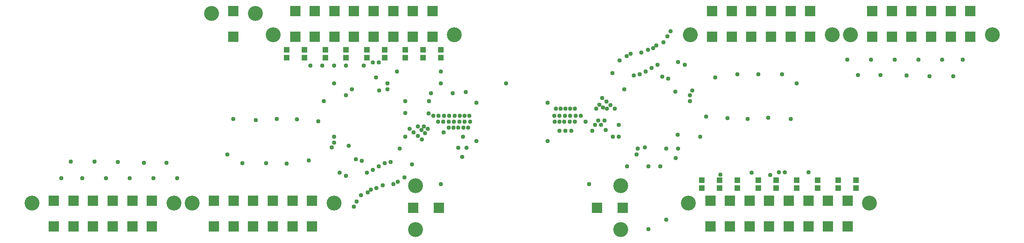
<source format=gbr>
G04 EAGLE Gerber RS-274X export*
G75*
%MOMM*%
%FSLAX34Y34*%
%LPD*%
%INSoldermask Bottom*%
%IPPOS*%
%AMOC8*
5,1,8,0,0,1.08239X$1,22.5*%
G01*
%ADD10R,1.203200X1.303200*%
%ADD11R,2.303200X2.303200*%
%ADD12C,3.203200*%
%ADD13R,1.303200X1.203200*%
%ADD14C,0.959600*%


D10*
X901700Y402200D03*
X901700Y385200D03*
D11*
X897450Y63500D03*
X842450Y63500D03*
D12*
X847050Y110500D03*
X847050Y16500D03*
D13*
X863600Y385200D03*
X863600Y402200D03*
X825500Y385200D03*
X825500Y402200D03*
X781050Y385200D03*
X781050Y402200D03*
X742950Y385200D03*
X742950Y402200D03*
X698500Y385200D03*
X698500Y402200D03*
X654050Y385200D03*
X654050Y402200D03*
X609600Y385200D03*
X609600Y402200D03*
X571500Y385200D03*
X571500Y402200D03*
D11*
X282800Y23300D03*
X240800Y23300D03*
X198800Y23300D03*
X156800Y23300D03*
X114800Y23300D03*
X72800Y23300D03*
X72800Y78300D03*
X198800Y78300D03*
X156800Y78300D03*
X114800Y78300D03*
X240800Y78300D03*
X282800Y78300D03*
D12*
X329800Y73700D03*
X25800Y73700D03*
D11*
X625700Y23300D03*
X583700Y23300D03*
X541700Y23300D03*
X499700Y23300D03*
X457700Y23300D03*
X415700Y23300D03*
X415700Y78300D03*
X541700Y78300D03*
X499700Y78300D03*
X457700Y78300D03*
X583700Y78300D03*
X625700Y78300D03*
D12*
X672700Y73700D03*
X368700Y73700D03*
D11*
X589600Y484700D03*
X631600Y484700D03*
X673600Y484700D03*
X715600Y484700D03*
X757600Y484700D03*
X799600Y484700D03*
X841600Y484700D03*
X883600Y484700D03*
X715600Y429700D03*
X757600Y429700D03*
X799600Y429700D03*
X841600Y429700D03*
X883600Y429700D03*
X589600Y429700D03*
X631600Y429700D03*
X673600Y429700D03*
D12*
X542600Y434300D03*
X930600Y434300D03*
D11*
X1236150Y63500D03*
X1291150Y63500D03*
D12*
X1286550Y16500D03*
X1286550Y110500D03*
D11*
X457200Y429700D03*
X457200Y484700D03*
D12*
X504200Y480100D03*
X410200Y480100D03*
D10*
X1460500Y105800D03*
X1460500Y122800D03*
D13*
X1498600Y122800D03*
X1498600Y105800D03*
X1536700Y122800D03*
X1536700Y105800D03*
X1581150Y122800D03*
X1581150Y105800D03*
X1619250Y122800D03*
X1619250Y105800D03*
X1663700Y122800D03*
X1663700Y105800D03*
X1708150Y122800D03*
X1708150Y105800D03*
X1752600Y122800D03*
X1752600Y105800D03*
X1790700Y122800D03*
X1790700Y105800D03*
D11*
X1825400Y484700D03*
X1867400Y484700D03*
X1909400Y484700D03*
X1951400Y484700D03*
X1993400Y484700D03*
X2035400Y484700D03*
X2035400Y429700D03*
X1909400Y429700D03*
X1951400Y429700D03*
X1993400Y429700D03*
X1867400Y429700D03*
X1825400Y429700D03*
D12*
X1778400Y434300D03*
X2082400Y434300D03*
D11*
X1482500Y484700D03*
X1524500Y484700D03*
X1566500Y484700D03*
X1608500Y484700D03*
X1650500Y484700D03*
X1692500Y484700D03*
X1692500Y429700D03*
X1566500Y429700D03*
X1608500Y429700D03*
X1650500Y429700D03*
X1524500Y429700D03*
X1482500Y429700D03*
D12*
X1435500Y434300D03*
X1739500Y434300D03*
D11*
X1772600Y23300D03*
X1730600Y23300D03*
X1688600Y23300D03*
X1646600Y23300D03*
X1604600Y23300D03*
X1562600Y23300D03*
X1520600Y23300D03*
X1478600Y23300D03*
X1646600Y78300D03*
X1604600Y78300D03*
X1562600Y78300D03*
X1520600Y78300D03*
X1478600Y78300D03*
X1772600Y78300D03*
X1730600Y78300D03*
X1688600Y78300D03*
D12*
X1819600Y73700D03*
X1431600Y73700D03*
D14*
X285750Y127000D03*
X808990Y119380D03*
X619125Y165100D03*
X793750Y161290D03*
X234950Y127000D03*
X800024Y114224D03*
X571500Y158468D03*
X781050Y158750D03*
X527050Y158750D03*
X768350Y152400D03*
X184150Y127000D03*
X777240Y111816D03*
X133350Y127000D03*
X763270Y105748D03*
X476250Y158750D03*
X755650Y144780D03*
X88900Y127000D03*
X751840Y102700D03*
X444500Y177800D03*
X742950Y138430D03*
X684530Y138430D03*
X313690Y160020D03*
X745056Y96632D03*
X638810Y248920D03*
X732508Y163830D03*
X265430Y160020D03*
X730250Y90170D03*
X593090Y252730D03*
X719585Y167866D03*
X209550Y161290D03*
X721535Y77295D03*
X549910Y254000D03*
X704215Y195994D03*
X160020Y162560D03*
X715010Y66040D03*
X505460Y251460D03*
X673100Y203200D03*
X109220Y162560D03*
X668020Y193040D03*
X457200Y254000D03*
X673100Y215900D03*
X336550Y127000D03*
X824060Y128440D03*
X698500Y132080D03*
X813656Y190445D03*
X977900Y288925D03*
X977900Y206375D03*
X1041400Y330200D03*
X807720Y355600D03*
X787400Y317500D03*
X875030Y265430D03*
X825500Y266700D03*
X825500Y215900D03*
X839470Y156210D03*
X852170Y237490D03*
X885190Y260350D03*
X859790Y229870D03*
X867410Y223520D03*
X873760Y232410D03*
X864870Y237490D03*
X895350Y247650D03*
X906780Y247650D03*
X918210Y234950D03*
X928370Y234950D03*
X938530Y234950D03*
X949960Y234950D03*
X960120Y234950D03*
X918210Y247650D03*
X929640Y247650D03*
X941070Y247650D03*
X952500Y247650D03*
X963930Y247650D03*
X962660Y260350D03*
X952500Y260350D03*
X942340Y260350D03*
X930910Y260350D03*
X919480Y260350D03*
X908050Y260350D03*
X896620Y260350D03*
X834390Y232410D03*
X843280Y224790D03*
X852170Y217170D03*
X861060Y209550D03*
X907794Y225425D03*
X949325Y215900D03*
X901700Y114300D03*
X901700Y355600D03*
X650875Y292100D03*
X876300Y292100D03*
X955040Y311150D03*
X927100Y308610D03*
X880110Y308610D03*
X938530Y191770D03*
X956310Y191770D03*
X622300Y368300D03*
X647700Y368300D03*
X673100Y368300D03*
X698500Y368300D03*
X736600Y368300D03*
X755650Y374650D03*
X768350Y374650D03*
X762868Y342900D03*
X787400Y330200D03*
X673100Y330200D03*
X901700Y330200D03*
X769620Y314960D03*
X825500Y292100D03*
X1219200Y114300D03*
X1130300Y206375D03*
X1130300Y288925D03*
X1225550Y228344D03*
X1270000Y215900D03*
X1300480Y152400D03*
X1323340Y190500D03*
X1254760Y229870D03*
X1282700Y241300D03*
X1268730Y351790D03*
X1248410Y278130D03*
X1240790Y284480D03*
X1234440Y275590D03*
X1201420Y260350D03*
X1188720Y275590D03*
X1178560Y275590D03*
X1168400Y275590D03*
X1158240Y275590D03*
X1148080Y275590D03*
X1189990Y260350D03*
X1178560Y260350D03*
X1167130Y260350D03*
X1155700Y260350D03*
X1144270Y260350D03*
X1145540Y247650D03*
X1155700Y247650D03*
X1165860Y247650D03*
X1177290Y247650D03*
X1188720Y247650D03*
X1211580Y247650D03*
X1273810Y275590D03*
X1264920Y283210D03*
X1256030Y290830D03*
X1247140Y298450D03*
X1371600Y152400D03*
X1457325Y215900D03*
X1346200Y17780D03*
X1257300Y275590D03*
X1384300Y38100D03*
X1155700Y228600D03*
X1168400Y228600D03*
X1181100Y228600D03*
X1231900Y241300D03*
X1238250Y250190D03*
X1252220Y250190D03*
X1244600Y241300D03*
X1408430Y219710D03*
X698500Y304800D03*
X711200Y317500D03*
X947420Y172720D03*
X1822450Y381000D03*
X1299210Y388620D03*
X1489075Y342900D03*
X1314450Y346710D03*
X1873250Y381000D03*
X1308176Y393776D03*
X1536700Y349532D03*
X1327150Y349250D03*
X1581150Y349250D03*
X1339850Y355600D03*
X1924050Y381000D03*
X1330960Y396184D03*
X1974850Y381000D03*
X1344930Y402252D03*
X1631950Y349250D03*
X1352550Y363220D03*
X2019300Y381000D03*
X1356360Y405300D03*
X1663700Y330200D03*
X1365250Y369570D03*
X1423670Y369570D03*
X1794510Y347980D03*
X1363144Y411368D03*
X1469390Y259080D03*
X1375692Y344170D03*
X1842770Y347980D03*
X1377950Y417830D03*
X1515110Y255270D03*
X1388615Y340134D03*
X1898650Y346710D03*
X1386665Y430705D03*
X1558290Y254000D03*
X1403985Y312006D03*
X1948180Y345440D03*
X1393190Y441960D03*
X1602740Y256540D03*
X1435100Y304800D03*
X1998980Y345440D03*
X1440180Y314960D03*
X1651000Y254000D03*
X1435100Y292100D03*
X1771650Y381000D03*
X1284140Y379560D03*
X1409700Y375920D03*
X1294544Y317555D03*
X1409700Y190500D03*
X1384300Y190500D03*
X1689100Y139700D03*
X1638300Y139700D03*
X1625600Y139700D03*
X1606550Y133350D03*
X1567180Y138430D03*
X1499870Y134620D03*
X1320800Y177800D03*
X1404620Y170180D03*
X1346200Y152400D03*
X1338580Y193040D03*
X1282700Y215900D03*
M02*

</source>
